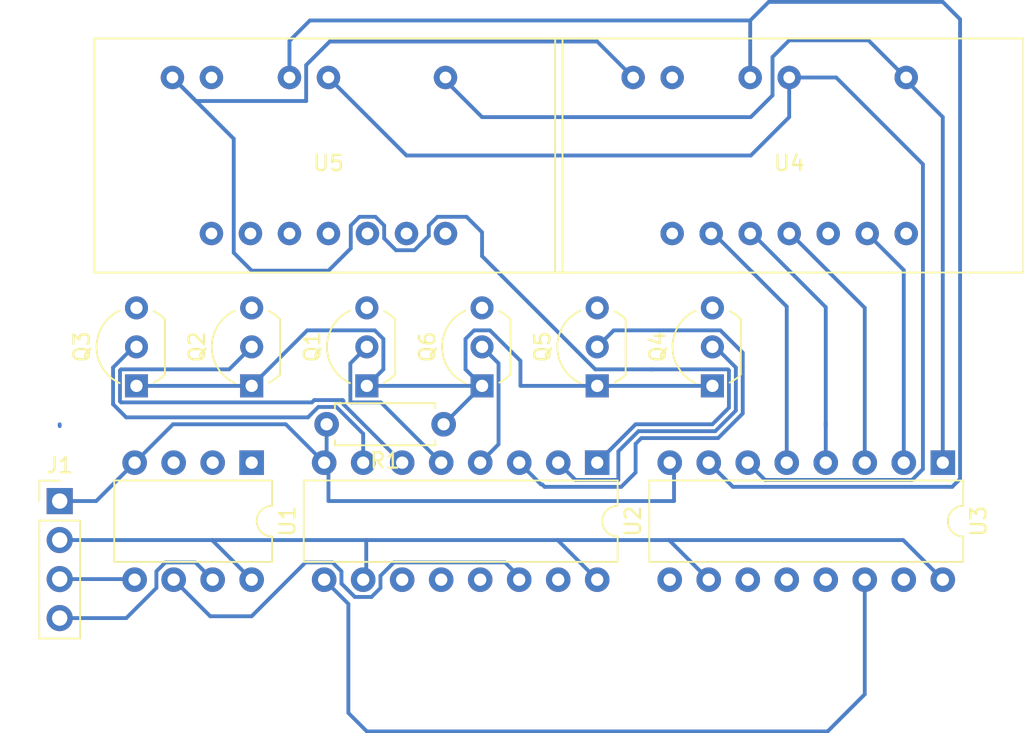
<source format=kicad_pcb>
(kicad_pcb (version 20171130) (host pcbnew 5.1.10)

  (general
    (thickness 1.6)
    (drawings 0)
    (tracks 205)
    (zones 0)
    (modules 13)
    (nets 36)
  )

  (page A4)
  (layers
    (0 F.Cu signal)
    (31 B.Cu signal)
    (33 F.Adhes user)
    (35 F.Paste user)
    (37 F.SilkS user)
    (38 B.Mask user)
    (39 F.Mask user)
    (40 Dwgs.User user)
    (41 Cmts.User user)
    (42 Eco1.User user)
    (43 Eco2.User user)
    (44 Edge.Cuts user)
    (45 Margin user)
    (46 B.CrtYd user)
    (47 F.CrtYd user)
    (49 F.Fab user)
  )

  (setup
    (last_trace_width 0.25)
    (trace_clearance 0.2)
    (zone_clearance 0.508)
    (zone_45_only no)
    (trace_min 0.2)
    (via_size 0.8)
    (via_drill 0.4)
    (via_min_size 0.4)
    (via_min_drill 0.3)
    (uvia_size 0.3)
    (uvia_drill 0.1)
    (uvias_allowed no)
    (uvia_min_size 0.2)
    (uvia_min_drill 0.1)
    (edge_width 0.05)
    (segment_width 0.2)
    (pcb_text_width 0.3)
    (pcb_text_size 1.5 1.5)
    (mod_edge_width 0.12)
    (mod_text_size 1 1)
    (mod_text_width 0.15)
    (pad_size 1.524 1.524)
    (pad_drill 0.762)
    (pad_to_mask_clearance 0)
    (aux_axis_origin 0 0)
    (visible_elements FFFFFF7F)
    (pcbplotparams
      (layerselection 0x010fc_ffffffff)
      (usegerberextensions false)
      (usegerberattributes true)
      (usegerberadvancedattributes true)
      (creategerberjobfile true)
      (excludeedgelayer true)
      (linewidth 0.100000)
      (plotframeref false)
      (viasonmask false)
      (mode 1)
      (useauxorigin false)
      (hpglpennumber 1)
      (hpglpenspeed 20)
      (hpglpendiameter 15.000000)
      (psnegative false)
      (psa4output false)
      (plotreference true)
      (plotvalue true)
      (plotinvisibletext false)
      (padsonsilk false)
      (subtractmaskfromsilk false)
      (outputformat 1)
      (mirror false)
      (drillshape 1)
      (scaleselection 1)
      (outputdirectory ""))
  )

  (net 0 "")
  (net 1 "Net-(J1-Pad4)")
  (net 2 "Net-(J1-Pad3)")
  (net 3 +5V)
  (net 4 GND)
  (net 5 "Net-(Q1-Pad1)")
  (net 6 "Net-(Q1-Pad3)")
  (net 7 "Net-(Q1-Pad2)")
  (net 8 "Net-(Q2-Pad3)")
  (net 9 "Net-(Q2-Pad2)")
  (net 10 "Net-(Q3-Pad3)")
  (net 11 "Net-(Q3-Pad2)")
  (net 12 "Net-(Q4-Pad3)")
  (net 13 "Net-(Q4-Pad2)")
  (net 14 "Net-(Q5-Pad3)")
  (net 15 "Net-(Q5-Pad2)")
  (net 16 "Net-(Q6-Pad3)")
  (net 17 "Net-(Q6-Pad2)")
  (net 18 "Net-(U1-Pad2)")
  (net 19 "Net-(U1-Pad1)")
  (net 20 "Net-(U2-Pad15)")
  (net 21 "Net-(U1-Pad6)")
  (net 22 "Net-(U1-Pad3)")
  (net 23 "Net-(U2-Pad9)")
  (net 24 "Net-(U2-Pad1)")
  (net 25 "Net-(U3-Pad15)")
  (net 26 "Net-(U3-Pad7)")
  (net 27 "Net-(U3-Pad6)")
  (net 28 "Net-(U3-Pad5)")
  (net 29 "Net-(U3-Pad4)")
  (net 30 "Net-(U3-Pad3)")
  (net 31 "Net-(U3-Pad2)")
  (net 32 "Net-(U3-Pad9)")
  (net 33 "Net-(U3-Pad1)")
  (net 34 "Net-(U4-Pad14)")
  (net 35 "Net-(U5-Pad14)")

  (net_class Default "This is the default net class."
    (clearance 0.2)
    (trace_width 0.25)
    (via_dia 0.8)
    (via_drill 0.4)
    (uvia_dia 0.3)
    (uvia_drill 0.1)
    (add_net +5V)
    (add_net GND)
    (add_net "Net-(J1-Pad3)")
    (add_net "Net-(J1-Pad4)")
    (add_net "Net-(Q1-Pad1)")
    (add_net "Net-(Q1-Pad2)")
    (add_net "Net-(Q1-Pad3)")
    (add_net "Net-(Q2-Pad2)")
    (add_net "Net-(Q2-Pad3)")
    (add_net "Net-(Q3-Pad2)")
    (add_net "Net-(Q3-Pad3)")
    (add_net "Net-(Q4-Pad2)")
    (add_net "Net-(Q4-Pad3)")
    (add_net "Net-(Q5-Pad2)")
    (add_net "Net-(Q5-Pad3)")
    (add_net "Net-(Q6-Pad2)")
    (add_net "Net-(Q6-Pad3)")
    (add_net "Net-(U1-Pad1)")
    (add_net "Net-(U1-Pad2)")
    (add_net "Net-(U1-Pad3)")
    (add_net "Net-(U1-Pad6)")
    (add_net "Net-(U2-Pad1)")
    (add_net "Net-(U2-Pad15)")
    (add_net "Net-(U2-Pad9)")
    (add_net "Net-(U3-Pad1)")
    (add_net "Net-(U3-Pad15)")
    (add_net "Net-(U3-Pad2)")
    (add_net "Net-(U3-Pad3)")
    (add_net "Net-(U3-Pad4)")
    (add_net "Net-(U3-Pad5)")
    (add_net "Net-(U3-Pad6)")
    (add_net "Net-(U3-Pad7)")
    (add_net "Net-(U3-Pad9)")
    (add_net "Net-(U4-Pad14)")
    (add_net "Net-(U5-Pad14)")
  )

  (module Package_TO_SOT_THT:TO-92_Inline_Wide (layer F.Cu) (tedit 5A02FF81) (tstamp 60FCB5D1)
    (at -697.5 77.5 90)
    (descr "TO-92 leads in-line, wide, drill 0.75mm (see NXP sot054_po.pdf)")
    (tags "to-92 sc-43 sc-43a sot54 PA33 transistor")
    (path /60FFECDE)
    (fp_text reference Q6 (at 2.54 -3.56 90) (layer F.SilkS)
      (effects (font (size 1 1) (thickness 0.15)))
    )
    (fp_text value 2N7000 (at 2.54 2.79 90) (layer F.Fab)
      (effects (font (size 1 1) (thickness 0.15)))
    )
    (fp_line (start 6.09 2.01) (end -1.01 2.01) (layer F.CrtYd) (width 0.05))
    (fp_line (start 6.09 2.01) (end 6.09 -2.73) (layer F.CrtYd) (width 0.05))
    (fp_line (start -1.01 -2.73) (end -1.01 2.01) (layer F.CrtYd) (width 0.05))
    (fp_line (start -1.01 -2.73) (end 6.09 -2.73) (layer F.CrtYd) (width 0.05))
    (fp_line (start 0.8 1.75) (end 4.3 1.75) (layer F.Fab) (width 0.1))
    (fp_line (start 0.74 1.85) (end 4.34 1.85) (layer F.SilkS) (width 0.12))
    (fp_arc (start 2.54 0) (end 4.34 1.85) (angle -20) (layer F.SilkS) (width 0.12))
    (fp_arc (start 2.54 0) (end 2.54 -2.48) (angle -135) (layer F.Fab) (width 0.1))
    (fp_arc (start 2.54 0) (end 2.54 -2.48) (angle 135) (layer F.Fab) (width 0.1))
    (fp_arc (start 2.54 0) (end 2.54 -2.6) (angle 65) (layer F.SilkS) (width 0.12))
    (fp_arc (start 2.54 0) (end 2.54 -2.6) (angle -65) (layer F.SilkS) (width 0.12))
    (fp_arc (start 2.54 0) (end 0.74 1.85) (angle 20) (layer F.SilkS) (width 0.12))
    (fp_text user %R (at 2.54 0 90) (layer F.Fab)
      (effects (font (size 1 1) (thickness 0.15)))
    )
    (pad 1 thru_hole rect (at 0 0 90) (size 1.5 1.5) (drill 0.8) (layers *.Cu *.Mask)
      (net 5 "Net-(Q1-Pad1)"))
    (pad 3 thru_hole circle (at 5.08 0 90) (size 1.5 1.5) (drill 0.8) (layers *.Cu *.Mask)
      (net 16 "Net-(Q6-Pad3)"))
    (pad 2 thru_hole circle (at 2.54 0 90) (size 1.5 1.5) (drill 0.8) (layers *.Cu *.Mask)
      (net 17 "Net-(Q6-Pad2)"))
    (model ${KISYS3DMOD}/Package_TO_SOT_THT.3dshapes/TO-92_Inline_Wide.wrl
      (at (xyz 0 0 0))
      (scale (xyz 1 1 1))
      (rotate (xyz 0 0 0))
    )
  )

  (module Resistor_THT:R_Axial_DIN0207_L6.3mm_D2.5mm_P7.62mm_Horizontal (layer F.Cu) (tedit 5AE5139B) (tstamp 60FCB5E8)
    (at -700 80 180)
    (descr "Resistor, Axial_DIN0207 series, Axial, Horizontal, pin pitch=7.62mm, 0.25W = 1/4W, length*diameter=6.3*2.5mm^2, http://cdn-reichelt.de/documents/datenblatt/B400/1_4W%23YAG.pdf")
    (tags "Resistor Axial_DIN0207 series Axial Horizontal pin pitch 7.62mm 0.25W = 1/4W length 6.3mm diameter 2.5mm")
    (path /60FCC95C)
    (fp_text reference R1 (at 3.81 -2.37) (layer F.SilkS)
      (effects (font (size 1 1) (thickness 0.15)))
    )
    (fp_text value 220 (at 3.81 2.37) (layer F.Fab)
      (effects (font (size 1 1) (thickness 0.15)))
    )
    (fp_line (start 8.67 -1.5) (end -1.05 -1.5) (layer F.CrtYd) (width 0.05))
    (fp_line (start 8.67 1.5) (end 8.67 -1.5) (layer F.CrtYd) (width 0.05))
    (fp_line (start -1.05 1.5) (end 8.67 1.5) (layer F.CrtYd) (width 0.05))
    (fp_line (start -1.05 -1.5) (end -1.05 1.5) (layer F.CrtYd) (width 0.05))
    (fp_line (start 7.08 1.37) (end 7.08 1.04) (layer F.SilkS) (width 0.12))
    (fp_line (start 0.54 1.37) (end 7.08 1.37) (layer F.SilkS) (width 0.12))
    (fp_line (start 0.54 1.04) (end 0.54 1.37) (layer F.SilkS) (width 0.12))
    (fp_line (start 7.08 -1.37) (end 7.08 -1.04) (layer F.SilkS) (width 0.12))
    (fp_line (start 0.54 -1.37) (end 7.08 -1.37) (layer F.SilkS) (width 0.12))
    (fp_line (start 0.54 -1.04) (end 0.54 -1.37) (layer F.SilkS) (width 0.12))
    (fp_line (start 7.62 0) (end 6.96 0) (layer F.Fab) (width 0.1))
    (fp_line (start 0 0) (end 0.66 0) (layer F.Fab) (width 0.1))
    (fp_line (start 6.96 -1.25) (end 0.66 -1.25) (layer F.Fab) (width 0.1))
    (fp_line (start 6.96 1.25) (end 6.96 -1.25) (layer F.Fab) (width 0.1))
    (fp_line (start 0.66 1.25) (end 6.96 1.25) (layer F.Fab) (width 0.1))
    (fp_line (start 0.66 -1.25) (end 0.66 1.25) (layer F.Fab) (width 0.1))
    (fp_text user %R (at 3.81 0) (layer F.Fab)
      (effects (font (size 1 1) (thickness 0.15)))
    )
    (pad 2 thru_hole oval (at 7.62 0 180) (size 1.6 1.6) (drill 0.8) (layers *.Cu *.Mask)
      (net 4 GND))
    (pad 1 thru_hole circle (at 0 0 180) (size 1.6 1.6) (drill 0.8) (layers *.Cu *.Mask)
      (net 5 "Net-(Q1-Pad1)"))
    (model ${KISYS3DMOD}/Resistor_THT.3dshapes/R_Axial_DIN0207_L6.3mm_D2.5mm_P7.62mm_Horizontal.wrl
      (at (xyz 0 0 0))
      (scale (xyz 1 1 1))
      (rotate (xyz 0 0 0))
    )
  )

  (module Package_TO_SOT_THT:TO-92_Inline_Wide (layer F.Cu) (tedit 5A02FF81) (tstamp 60FCB5BD)
    (at -690 77.5 90)
    (descr "TO-92 leads in-line, wide, drill 0.75mm (see NXP sot054_po.pdf)")
    (tags "to-92 sc-43 sc-43a sot54 PA33 transistor")
    (path /60FFDD8B)
    (fp_text reference Q5 (at 2.54 -3.56 90) (layer F.SilkS)
      (effects (font (size 1 1) (thickness 0.15)))
    )
    (fp_text value 2N7000 (at 2.54 2.79 90) (layer F.Fab)
      (effects (font (size 1 1) (thickness 0.15)))
    )
    (fp_line (start 6.09 2.01) (end -1.01 2.01) (layer F.CrtYd) (width 0.05))
    (fp_line (start 6.09 2.01) (end 6.09 -2.73) (layer F.CrtYd) (width 0.05))
    (fp_line (start -1.01 -2.73) (end -1.01 2.01) (layer F.CrtYd) (width 0.05))
    (fp_line (start -1.01 -2.73) (end 6.09 -2.73) (layer F.CrtYd) (width 0.05))
    (fp_line (start 0.8 1.75) (end 4.3 1.75) (layer F.Fab) (width 0.1))
    (fp_line (start 0.74 1.85) (end 4.34 1.85) (layer F.SilkS) (width 0.12))
    (fp_arc (start 2.54 0) (end 4.34 1.85) (angle -20) (layer F.SilkS) (width 0.12))
    (fp_arc (start 2.54 0) (end 2.54 -2.48) (angle -135) (layer F.Fab) (width 0.1))
    (fp_arc (start 2.54 0) (end 2.54 -2.48) (angle 135) (layer F.Fab) (width 0.1))
    (fp_arc (start 2.54 0) (end 2.54 -2.6) (angle 65) (layer F.SilkS) (width 0.12))
    (fp_arc (start 2.54 0) (end 2.54 -2.6) (angle -65) (layer F.SilkS) (width 0.12))
    (fp_arc (start 2.54 0) (end 0.74 1.85) (angle 20) (layer F.SilkS) (width 0.12))
    (fp_text user %R (at 2.54 0 90) (layer F.Fab)
      (effects (font (size 1 1) (thickness 0.15)))
    )
    (pad 1 thru_hole rect (at 0 0 90) (size 1.5 1.5) (drill 0.8) (layers *.Cu *.Mask)
      (net 5 "Net-(Q1-Pad1)"))
    (pad 3 thru_hole circle (at 5.08 0 90) (size 1.5 1.5) (drill 0.8) (layers *.Cu *.Mask)
      (net 14 "Net-(Q5-Pad3)"))
    (pad 2 thru_hole circle (at 2.54 0 90) (size 1.5 1.5) (drill 0.8) (layers *.Cu *.Mask)
      (net 15 "Net-(Q5-Pad2)"))
    (model ${KISYS3DMOD}/Package_TO_SOT_THT.3dshapes/TO-92_Inline_Wide.wrl
      (at (xyz 0 0 0))
      (scale (xyz 1 1 1))
      (rotate (xyz 0 0 0))
    )
  )

  (module displayModule:HDSP-433G (layer F.Cu) (tedit 60FC5101) (tstamp 60FCB674)
    (at -707.5 62.5)
    (path /60F8DEFB)
    (fp_text reference U5 (at 0 0.5) (layer F.SilkS)
      (effects (font (size 1 1) (thickness 0.15)))
    )
    (fp_text value HDSP-433G (at 0 -0.5) (layer F.Fab)
      (effects (font (size 1 1) (thickness 0.15)))
    )
    (fp_line (start -15.24 7.62) (end -15.24 -7.62) (layer F.SilkS) (width 0.12))
    (fp_line (start 15.24 7.62) (end -15.24 7.62) (layer F.SilkS) (width 0.12))
    (fp_line (start 15.24 -7.62) (end 15.24 7.62) (layer F.SilkS) (width 0.12))
    (fp_line (start -15.24 -7.62) (end 15.24 -7.62) (layer F.SilkS) (width 0.12))
    (pad 4 thru_hole circle (at 0 5.08) (size 1.524 1.524) (drill 0.762) (layers *.Cu *.Mask)
      (net 30 "Net-(U3-Pad3)"))
    (pad 3 thru_hole circle (at -2.54 5.08) (size 1.524 1.524) (drill 0.762) (layers *.Cu *.Mask)
      (net 29 "Net-(U3-Pad4)"))
    (pad 2 thru_hole circle (at -5.08 5.08) (size 1.524 1.524) (drill 0.762) (layers *.Cu *.Mask)
      (net 28 "Net-(U3-Pad5)"))
    (pad 1 thru_hole circle (at -7.62 5.08) (size 1.524 1.524) (drill 0.762) (layers *.Cu *.Mask)
      (net 12 "Net-(Q4-Pad3)"))
    (pad 5 thru_hole circle (at 2.54 5.08) (size 1.524 1.524) (drill 0.762) (layers *.Cu *.Mask)
      (net 14 "Net-(Q5-Pad3)"))
    (pad 6 thru_hole circle (at 5.08 5.08) (size 1.524 1.524) (drill 0.762) (layers *.Cu *.Mask)
      (net 31 "Net-(U3-Pad2)"))
    (pad 7 thru_hole circle (at 7.62 5.08) (size 1.524 1.524) (drill 0.762) (layers *.Cu *.Mask)
      (net 16 "Net-(Q6-Pad3)"))
    (pad 8 thru_hole circle (at 7.62 -5.08) (size 1.524 1.524) (drill 0.762) (layers *.Cu *.Mask)
      (net 33 "Net-(U3-Pad1)"))
    (pad 11 thru_hole circle (at 0 -5.08) (size 1.524 1.524) (drill 0.762) (layers *.Cu *.Mask)
      (net 27 "Net-(U3-Pad6)"))
    (pad 12 thru_hole circle (at -2.54 -5.08) (size 1.524 1.524) (drill 0.762) (layers *.Cu *.Mask)
      (net 26 "Net-(U3-Pad7)"))
    (pad 14 thru_hole circle (at -7.62 -5.08) (size 1.524 1.524) (drill 0.762) (layers *.Cu *.Mask)
      (net 35 "Net-(U5-Pad14)"))
    (pad 15 thru_hole circle (at -10.16 -5.08) (size 1.524 1.524) (drill 0.762) (layers *.Cu *.Mask)
      (net 24 "Net-(U2-Pad1)"))
  )

  (module displayModule:HDSP-433G (layer F.Cu) (tedit 60FC5101) (tstamp 60FCB660)
    (at -677.5 62.5)
    (path /60F8C95F)
    (fp_text reference U4 (at 0 0.5) (layer F.SilkS)
      (effects (font (size 1 1) (thickness 0.15)))
    )
    (fp_text value HDSP-433G (at 0 -0.5) (layer F.Fab)
      (effects (font (size 1 1) (thickness 0.15)))
    )
    (fp_line (start -15.24 7.62) (end -15.24 -7.62) (layer F.SilkS) (width 0.12))
    (fp_line (start 15.24 7.62) (end -15.24 7.62) (layer F.SilkS) (width 0.12))
    (fp_line (start 15.24 -7.62) (end 15.24 7.62) (layer F.SilkS) (width 0.12))
    (fp_line (start -15.24 -7.62) (end 15.24 -7.62) (layer F.SilkS) (width 0.12))
    (pad 4 thru_hole circle (at 0 5.08) (size 1.524 1.524) (drill 0.762) (layers *.Cu *.Mask)
      (net 30 "Net-(U3-Pad3)"))
    (pad 3 thru_hole circle (at -2.54 5.08) (size 1.524 1.524) (drill 0.762) (layers *.Cu *.Mask)
      (net 29 "Net-(U3-Pad4)"))
    (pad 2 thru_hole circle (at -5.08 5.08) (size 1.524 1.524) (drill 0.762) (layers *.Cu *.Mask)
      (net 28 "Net-(U3-Pad5)"))
    (pad 1 thru_hole circle (at -7.62 5.08) (size 1.524 1.524) (drill 0.762) (layers *.Cu *.Mask)
      (net 6 "Net-(Q1-Pad3)"))
    (pad 5 thru_hole circle (at 2.54 5.08) (size 1.524 1.524) (drill 0.762) (layers *.Cu *.Mask)
      (net 8 "Net-(Q2-Pad3)"))
    (pad 6 thru_hole circle (at 5.08 5.08) (size 1.524 1.524) (drill 0.762) (layers *.Cu *.Mask)
      (net 31 "Net-(U3-Pad2)"))
    (pad 7 thru_hole circle (at 7.62 5.08) (size 1.524 1.524) (drill 0.762) (layers *.Cu *.Mask)
      (net 10 "Net-(Q3-Pad3)"))
    (pad 8 thru_hole circle (at 7.62 -5.08) (size 1.524 1.524) (drill 0.762) (layers *.Cu *.Mask)
      (net 33 "Net-(U3-Pad1)"))
    (pad 11 thru_hole circle (at 0 -5.08) (size 1.524 1.524) (drill 0.762) (layers *.Cu *.Mask)
      (net 27 "Net-(U3-Pad6)"))
    (pad 12 thru_hole circle (at -2.54 -5.08) (size 1.524 1.524) (drill 0.762) (layers *.Cu *.Mask)
      (net 26 "Net-(U3-Pad7)"))
    (pad 14 thru_hole circle (at -7.62 -5.08) (size 1.524 1.524) (drill 0.762) (layers *.Cu *.Mask)
      (net 34 "Net-(U4-Pad14)"))
    (pad 15 thru_hole circle (at -10.16 -5.08) (size 1.524 1.524) (drill 0.762) (layers *.Cu *.Mask)
      (net 24 "Net-(U2-Pad1)"))
  )

  (module Package_DIP:DIP-8_W7.62mm (layer F.Cu) (tedit 5A02E8C5) (tstamp 60FCB604)
    (at -712.5 82.5 270)
    (descr "8-lead though-hole mounted DIP package, row spacing 7.62 mm (300 mils)")
    (tags "THT DIP DIL PDIP 2.54mm 7.62mm 300mil")
    (path /60F8FA89)
    (fp_text reference U1 (at 3.81 -2.33 90) (layer F.SilkS)
      (effects (font (size 1 1) (thickness 0.15)))
    )
    (fp_text value ATtiny85-20PU (at 3.81 9.95 90) (layer F.Fab)
      (effects (font (size 1 1) (thickness 0.15)))
    )
    (fp_line (start 8.7 -1.55) (end -1.1 -1.55) (layer F.CrtYd) (width 0.05))
    (fp_line (start 8.7 9.15) (end 8.7 -1.55) (layer F.CrtYd) (width 0.05))
    (fp_line (start -1.1 9.15) (end 8.7 9.15) (layer F.CrtYd) (width 0.05))
    (fp_line (start -1.1 -1.55) (end -1.1 9.15) (layer F.CrtYd) (width 0.05))
    (fp_line (start 6.46 -1.33) (end 4.81 -1.33) (layer F.SilkS) (width 0.12))
    (fp_line (start 6.46 8.95) (end 6.46 -1.33) (layer F.SilkS) (width 0.12))
    (fp_line (start 1.16 8.95) (end 6.46 8.95) (layer F.SilkS) (width 0.12))
    (fp_line (start 1.16 -1.33) (end 1.16 8.95) (layer F.SilkS) (width 0.12))
    (fp_line (start 2.81 -1.33) (end 1.16 -1.33) (layer F.SilkS) (width 0.12))
    (fp_line (start 0.635 -0.27) (end 1.635 -1.27) (layer F.Fab) (width 0.1))
    (fp_line (start 0.635 8.89) (end 0.635 -0.27) (layer F.Fab) (width 0.1))
    (fp_line (start 6.985 8.89) (end 0.635 8.89) (layer F.Fab) (width 0.1))
    (fp_line (start 6.985 -1.27) (end 6.985 8.89) (layer F.Fab) (width 0.1))
    (fp_line (start 1.635 -1.27) (end 6.985 -1.27) (layer F.Fab) (width 0.1))
    (fp_arc (start 3.81 -1.33) (end 2.81 -1.33) (angle -180) (layer F.SilkS) (width 0.12))
    (pad 8 thru_hole oval (at 7.62 0 270) (size 1.6 1.6) (drill 0.8) (layers *.Cu *.Mask)
      (net 3 +5V))
    (pad 4 thru_hole oval (at 0 7.62 270) (size 1.6 1.6) (drill 0.8) (layers *.Cu *.Mask)
      (net 4 GND))
    (pad 7 thru_hole oval (at 7.62 2.54 270) (size 1.6 1.6) (drill 0.8) (layers *.Cu *.Mask)
      (net 1 "Net-(J1-Pad4)"))
    (pad 3 thru_hole oval (at 0 5.08 270) (size 1.6 1.6) (drill 0.8) (layers *.Cu *.Mask)
      (net 22 "Net-(U1-Pad3)"))
    (pad 6 thru_hole oval (at 7.62 5.08 270) (size 1.6 1.6) (drill 0.8) (layers *.Cu *.Mask)
      (net 21 "Net-(U1-Pad6)"))
    (pad 2 thru_hole oval (at 0 2.54 270) (size 1.6 1.6) (drill 0.8) (layers *.Cu *.Mask)
      (net 18 "Net-(U1-Pad2)"))
    (pad 5 thru_hole oval (at 7.62 7.62 270) (size 1.6 1.6) (drill 0.8) (layers *.Cu *.Mask)
      (net 2 "Net-(J1-Pad3)"))
    (pad 1 thru_hole rect (at 0 0 270) (size 1.6 1.6) (drill 0.8) (layers *.Cu *.Mask)
      (net 19 "Net-(U1-Pad1)"))
    (model ${KISYS3DMOD}/Package_DIP.3dshapes/DIP-8_W7.62mm.wrl
      (at (xyz 0 0 0))
      (scale (xyz 1 1 1))
      (rotate (xyz 0 0 0))
    )
  )

  (module Package_DIP:DIP-16_W7.62mm (layer F.Cu) (tedit 5A02E8C5) (tstamp 60FCB64C)
    (at -667.5 82.5 270)
    (descr "16-lead though-hole mounted DIP package, row spacing 7.62 mm (300 mils)")
    (tags "THT DIP DIL PDIP 2.54mm 7.62mm 300mil")
    (path /60F914F6)
    (fp_text reference U3 (at 3.81 -2.33 90) (layer F.SilkS)
      (effects (font (size 1 1) (thickness 0.15)))
    )
    (fp_text value 74HC595 (at 3.81 20.11 90) (layer F.Fab)
      (effects (font (size 1 1) (thickness 0.15)))
    )
    (fp_line (start 8.7 -1.55) (end -1.1 -1.55) (layer F.CrtYd) (width 0.05))
    (fp_line (start 8.7 19.3) (end 8.7 -1.55) (layer F.CrtYd) (width 0.05))
    (fp_line (start -1.1 19.3) (end 8.7 19.3) (layer F.CrtYd) (width 0.05))
    (fp_line (start -1.1 -1.55) (end -1.1 19.3) (layer F.CrtYd) (width 0.05))
    (fp_line (start 6.46 -1.33) (end 4.81 -1.33) (layer F.SilkS) (width 0.12))
    (fp_line (start 6.46 19.11) (end 6.46 -1.33) (layer F.SilkS) (width 0.12))
    (fp_line (start 1.16 19.11) (end 6.46 19.11) (layer F.SilkS) (width 0.12))
    (fp_line (start 1.16 -1.33) (end 1.16 19.11) (layer F.SilkS) (width 0.12))
    (fp_line (start 2.81 -1.33) (end 1.16 -1.33) (layer F.SilkS) (width 0.12))
    (fp_line (start 0.635 -0.27) (end 1.635 -1.27) (layer F.Fab) (width 0.1))
    (fp_line (start 0.635 19.05) (end 0.635 -0.27) (layer F.Fab) (width 0.1))
    (fp_line (start 6.985 19.05) (end 0.635 19.05) (layer F.Fab) (width 0.1))
    (fp_line (start 6.985 -1.27) (end 6.985 19.05) (layer F.Fab) (width 0.1))
    (fp_line (start 1.635 -1.27) (end 6.985 -1.27) (layer F.Fab) (width 0.1))
    (fp_text user %R (at 3.81 8.89 90) (layer F.Fab)
      (effects (font (size 1 1) (thickness 0.15)))
    )
    (fp_arc (start 3.81 -1.33) (end 2.81 -1.33) (angle -180) (layer F.SilkS) (width 0.12))
    (pad 16 thru_hole oval (at 7.62 0 270) (size 1.6 1.6) (drill 0.8) (layers *.Cu *.Mask)
      (net 3 +5V))
    (pad 8 thru_hole oval (at 0 17.78 270) (size 1.6 1.6) (drill 0.8) (layers *.Cu *.Mask)
      (net 4 GND))
    (pad 15 thru_hole oval (at 7.62 2.54 270) (size 1.6 1.6) (drill 0.8) (layers *.Cu *.Mask)
      (net 25 "Net-(U3-Pad15)"))
    (pad 7 thru_hole oval (at 0 15.24 270) (size 1.6 1.6) (drill 0.8) (layers *.Cu *.Mask)
      (net 26 "Net-(U3-Pad7)"))
    (pad 14 thru_hole oval (at 7.62 5.08 270) (size 1.6 1.6) (drill 0.8) (layers *.Cu *.Mask)
      (net 23 "Net-(U2-Pad9)"))
    (pad 6 thru_hole oval (at 0 12.7 270) (size 1.6 1.6) (drill 0.8) (layers *.Cu *.Mask)
      (net 27 "Net-(U3-Pad6)"))
    (pad 13 thru_hole oval (at 7.62 7.62 270) (size 1.6 1.6) (drill 0.8) (layers *.Cu *.Mask)
      (net 22 "Net-(U1-Pad3)"))
    (pad 5 thru_hole oval (at 0 10.16 270) (size 1.6 1.6) (drill 0.8) (layers *.Cu *.Mask)
      (net 28 "Net-(U3-Pad5)"))
    (pad 12 thru_hole oval (at 7.62 10.16 270) (size 1.6 1.6) (drill 0.8) (layers *.Cu *.Mask)
      (net 22 "Net-(U1-Pad3)"))
    (pad 4 thru_hole oval (at 0 7.62 270) (size 1.6 1.6) (drill 0.8) (layers *.Cu *.Mask)
      (net 29 "Net-(U3-Pad4)"))
    (pad 11 thru_hole oval (at 7.62 12.7 270) (size 1.6 1.6) (drill 0.8) (layers *.Cu *.Mask)
      (net 18 "Net-(U1-Pad2)"))
    (pad 3 thru_hole oval (at 0 5.08 270) (size 1.6 1.6) (drill 0.8) (layers *.Cu *.Mask)
      (net 30 "Net-(U3-Pad3)"))
    (pad 10 thru_hole oval (at 7.62 15.24 270) (size 1.6 1.6) (drill 0.8) (layers *.Cu *.Mask)
      (net 3 +5V))
    (pad 2 thru_hole oval (at 0 2.54 270) (size 1.6 1.6) (drill 0.8) (layers *.Cu *.Mask)
      (net 31 "Net-(U3-Pad2)"))
    (pad 9 thru_hole oval (at 7.62 17.78 270) (size 1.6 1.6) (drill 0.8) (layers *.Cu *.Mask)
      (net 32 "Net-(U3-Pad9)"))
    (pad 1 thru_hole rect (at 0 0 270) (size 1.6 1.6) (drill 0.8) (layers *.Cu *.Mask)
      (net 33 "Net-(U3-Pad1)"))
    (model ${KISYS3DMOD}/Package_DIP.3dshapes/DIP-16_W7.62mm.wrl
      (at (xyz 0 0 0))
      (scale (xyz 1 1 1))
      (rotate (xyz 0 0 0))
    )
  )

  (module Package_DIP:DIP-16_W7.62mm (layer F.Cu) (tedit 5A02E8C5) (tstamp 60FCB628)
    (at -690 82.5 270)
    (descr "16-lead though-hole mounted DIP package, row spacing 7.62 mm (300 mils)")
    (tags "THT DIP DIL PDIP 2.54mm 7.62mm 300mil")
    (path /60F908D5)
    (fp_text reference U2 (at 3.81 -2.33 90) (layer F.SilkS)
      (effects (font (size 1 1) (thickness 0.15)))
    )
    (fp_text value 74HC595 (at 3.81 20.11 90) (layer F.Fab)
      (effects (font (size 1 1) (thickness 0.15)))
    )
    (fp_line (start 8.7 -1.55) (end -1.1 -1.55) (layer F.CrtYd) (width 0.05))
    (fp_line (start 8.7 19.3) (end 8.7 -1.55) (layer F.CrtYd) (width 0.05))
    (fp_line (start -1.1 19.3) (end 8.7 19.3) (layer F.CrtYd) (width 0.05))
    (fp_line (start -1.1 -1.55) (end -1.1 19.3) (layer F.CrtYd) (width 0.05))
    (fp_line (start 6.46 -1.33) (end 4.81 -1.33) (layer F.SilkS) (width 0.12))
    (fp_line (start 6.46 19.11) (end 6.46 -1.33) (layer F.SilkS) (width 0.12))
    (fp_line (start 1.16 19.11) (end 6.46 19.11) (layer F.SilkS) (width 0.12))
    (fp_line (start 1.16 -1.33) (end 1.16 19.11) (layer F.SilkS) (width 0.12))
    (fp_line (start 2.81 -1.33) (end 1.16 -1.33) (layer F.SilkS) (width 0.12))
    (fp_line (start 0.635 -0.27) (end 1.635 -1.27) (layer F.Fab) (width 0.1))
    (fp_line (start 0.635 19.05) (end 0.635 -0.27) (layer F.Fab) (width 0.1))
    (fp_line (start 6.985 19.05) (end 0.635 19.05) (layer F.Fab) (width 0.1))
    (fp_line (start 6.985 -1.27) (end 6.985 19.05) (layer F.Fab) (width 0.1))
    (fp_line (start 1.635 -1.27) (end 6.985 -1.27) (layer F.Fab) (width 0.1))
    (fp_text user %R (at 3.81 8.89 90) (layer F.Fab)
      (effects (font (size 1 1) (thickness 0.15)))
    )
    (fp_arc (start 3.81 -1.33) (end 2.81 -1.33) (angle -180) (layer F.SilkS) (width 0.12))
    (pad 16 thru_hole oval (at 7.62 0 270) (size 1.6 1.6) (drill 0.8) (layers *.Cu *.Mask)
      (net 3 +5V))
    (pad 8 thru_hole oval (at 0 17.78 270) (size 1.6 1.6) (drill 0.8) (layers *.Cu *.Mask)
      (net 4 GND))
    (pad 15 thru_hole oval (at 7.62 2.54 270) (size 1.6 1.6) (drill 0.8) (layers *.Cu *.Mask)
      (net 20 "Net-(U2-Pad15)"))
    (pad 7 thru_hole oval (at 0 15.24 270) (size 1.6 1.6) (drill 0.8) (layers *.Cu *.Mask)
      (net 11 "Net-(Q3-Pad2)"))
    (pad 14 thru_hole oval (at 7.62 5.08 270) (size 1.6 1.6) (drill 0.8) (layers *.Cu *.Mask)
      (net 21 "Net-(U1-Pad6)"))
    (pad 6 thru_hole oval (at 0 12.7 270) (size 1.6 1.6) (drill 0.8) (layers *.Cu *.Mask)
      (net 9 "Net-(Q2-Pad2)"))
    (pad 13 thru_hole oval (at 7.62 7.62 270) (size 1.6 1.6) (drill 0.8) (layers *.Cu *.Mask)
      (net 22 "Net-(U1-Pad3)"))
    (pad 5 thru_hole oval (at 0 10.16 270) (size 1.6 1.6) (drill 0.8) (layers *.Cu *.Mask)
      (net 7 "Net-(Q1-Pad2)"))
    (pad 12 thru_hole oval (at 7.62 10.16 270) (size 1.6 1.6) (drill 0.8) (layers *.Cu *.Mask)
      (net 22 "Net-(U1-Pad3)"))
    (pad 4 thru_hole oval (at 0 7.62 270) (size 1.6 1.6) (drill 0.8) (layers *.Cu *.Mask)
      (net 17 "Net-(Q6-Pad2)"))
    (pad 11 thru_hole oval (at 7.62 12.7 270) (size 1.6 1.6) (drill 0.8) (layers *.Cu *.Mask)
      (net 18 "Net-(U1-Pad2)"))
    (pad 3 thru_hole oval (at 0 5.08 270) (size 1.6 1.6) (drill 0.8) (layers *.Cu *.Mask)
      (net 15 "Net-(Q5-Pad2)"))
    (pad 10 thru_hole oval (at 7.62 15.24 270) (size 1.6 1.6) (drill 0.8) (layers *.Cu *.Mask)
      (net 3 +5V))
    (pad 2 thru_hole oval (at 0 2.54 270) (size 1.6 1.6) (drill 0.8) (layers *.Cu *.Mask)
      (net 13 "Net-(Q4-Pad2)"))
    (pad 9 thru_hole oval (at 7.62 17.78 270) (size 1.6 1.6) (drill 0.8) (layers *.Cu *.Mask)
      (net 23 "Net-(U2-Pad9)"))
    (pad 1 thru_hole rect (at 0 0 270) (size 1.6 1.6) (drill 0.8) (layers *.Cu *.Mask)
      (net 24 "Net-(U2-Pad1)"))
    (model ${KISYS3DMOD}/Package_DIP.3dshapes/DIP-16_W7.62mm.wrl
      (at (xyz 0 0 0))
      (scale (xyz 1 1 1))
      (rotate (xyz 0 0 0))
    )
  )

  (module Package_TO_SOT_THT:TO-92_Inline_Wide (layer F.Cu) (tedit 5A02FF81) (tstamp 60FCB5A9)
    (at -682.5 77.5 90)
    (descr "TO-92 leads in-line, wide, drill 0.75mm (see NXP sot054_po.pdf)")
    (tags "to-92 sc-43 sc-43a sot54 PA33 transistor")
    (path /60FFD383)
    (fp_text reference Q4 (at 2.54 -3.56 90) (layer F.SilkS)
      (effects (font (size 1 1) (thickness 0.15)))
    )
    (fp_text value 2N7000 (at 2.54 2.79 90) (layer F.Fab)
      (effects (font (size 1 1) (thickness 0.15)))
    )
    (fp_line (start 6.09 2.01) (end -1.01 2.01) (layer F.CrtYd) (width 0.05))
    (fp_line (start 6.09 2.01) (end 6.09 -2.73) (layer F.CrtYd) (width 0.05))
    (fp_line (start -1.01 -2.73) (end -1.01 2.01) (layer F.CrtYd) (width 0.05))
    (fp_line (start -1.01 -2.73) (end 6.09 -2.73) (layer F.CrtYd) (width 0.05))
    (fp_line (start 0.8 1.75) (end 4.3 1.75) (layer F.Fab) (width 0.1))
    (fp_line (start 0.74 1.85) (end 4.34 1.85) (layer F.SilkS) (width 0.12))
    (fp_arc (start 2.54 0) (end 4.34 1.85) (angle -20) (layer F.SilkS) (width 0.12))
    (fp_arc (start 2.54 0) (end 2.54 -2.48) (angle -135) (layer F.Fab) (width 0.1))
    (fp_arc (start 2.54 0) (end 2.54 -2.48) (angle 135) (layer F.Fab) (width 0.1))
    (fp_arc (start 2.54 0) (end 2.54 -2.6) (angle 65) (layer F.SilkS) (width 0.12))
    (fp_arc (start 2.54 0) (end 2.54 -2.6) (angle -65) (layer F.SilkS) (width 0.12))
    (fp_arc (start 2.54 0) (end 0.74 1.85) (angle 20) (layer F.SilkS) (width 0.12))
    (fp_text user %R (at 2.54 0 90) (layer F.Fab)
      (effects (font (size 1 1) (thickness 0.15)))
    )
    (pad 1 thru_hole rect (at 0 0 90) (size 1.5 1.5) (drill 0.8) (layers *.Cu *.Mask)
      (net 5 "Net-(Q1-Pad1)"))
    (pad 3 thru_hole circle (at 5.08 0 90) (size 1.5 1.5) (drill 0.8) (layers *.Cu *.Mask)
      (net 12 "Net-(Q4-Pad3)"))
    (pad 2 thru_hole circle (at 2.54 0 90) (size 1.5 1.5) (drill 0.8) (layers *.Cu *.Mask)
      (net 13 "Net-(Q4-Pad2)"))
    (model ${KISYS3DMOD}/Package_TO_SOT_THT.3dshapes/TO-92_Inline_Wide.wrl
      (at (xyz 0 0 0))
      (scale (xyz 1 1 1))
      (rotate (xyz 0 0 0))
    )
  )

  (module Package_TO_SOT_THT:TO-92_Inline_Wide (layer F.Cu) (tedit 5A02FF81) (tstamp 60FCB595)
    (at -720 77.5 90)
    (descr "TO-92 leads in-line, wide, drill 0.75mm (see NXP sot054_po.pdf)")
    (tags "to-92 sc-43 sc-43a sot54 PA33 transistor")
    (path /60FDB387)
    (fp_text reference Q3 (at 2.54 -3.56 90) (layer F.SilkS)
      (effects (font (size 1 1) (thickness 0.15)))
    )
    (fp_text value 2N7000 (at 2.54 2.79 90) (layer F.Fab)
      (effects (font (size 1 1) (thickness 0.15)))
    )
    (fp_line (start 6.09 2.01) (end -1.01 2.01) (layer F.CrtYd) (width 0.05))
    (fp_line (start 6.09 2.01) (end 6.09 -2.73) (layer F.CrtYd) (width 0.05))
    (fp_line (start -1.01 -2.73) (end -1.01 2.01) (layer F.CrtYd) (width 0.05))
    (fp_line (start -1.01 -2.73) (end 6.09 -2.73) (layer F.CrtYd) (width 0.05))
    (fp_line (start 0.8 1.75) (end 4.3 1.75) (layer F.Fab) (width 0.1))
    (fp_line (start 0.74 1.85) (end 4.34 1.85) (layer F.SilkS) (width 0.12))
    (fp_arc (start 2.54 0) (end 4.34 1.85) (angle -20) (layer F.SilkS) (width 0.12))
    (fp_arc (start 2.54 0) (end 2.54 -2.48) (angle -135) (layer F.Fab) (width 0.1))
    (fp_arc (start 2.54 0) (end 2.54 -2.48) (angle 135) (layer F.Fab) (width 0.1))
    (fp_arc (start 2.54 0) (end 2.54 -2.6) (angle 65) (layer F.SilkS) (width 0.12))
    (fp_arc (start 2.54 0) (end 2.54 -2.6) (angle -65) (layer F.SilkS) (width 0.12))
    (fp_arc (start 2.54 0) (end 0.74 1.85) (angle 20) (layer F.SilkS) (width 0.12))
    (fp_text user %R (at 2.54 0 90) (layer F.Fab)
      (effects (font (size 1 1) (thickness 0.15)))
    )
    (pad 1 thru_hole rect (at 0 0 90) (size 1.5 1.5) (drill 0.8) (layers *.Cu *.Mask)
      (net 5 "Net-(Q1-Pad1)"))
    (pad 3 thru_hole circle (at 5.08 0 90) (size 1.5 1.5) (drill 0.8) (layers *.Cu *.Mask)
      (net 10 "Net-(Q3-Pad3)"))
    (pad 2 thru_hole circle (at 2.54 0 90) (size 1.5 1.5) (drill 0.8) (layers *.Cu *.Mask)
      (net 11 "Net-(Q3-Pad2)"))
    (model ${KISYS3DMOD}/Package_TO_SOT_THT.3dshapes/TO-92_Inline_Wide.wrl
      (at (xyz 0 0 0))
      (scale (xyz 1 1 1))
      (rotate (xyz 0 0 0))
    )
  )

  (module Package_TO_SOT_THT:TO-92_Inline_Wide (layer F.Cu) (tedit 5A02FF81) (tstamp 60FCB581)
    (at -712.5 77.5 90)
    (descr "TO-92 leads in-line, wide, drill 0.75mm (see NXP sot054_po.pdf)")
    (tags "to-92 sc-43 sc-43a sot54 PA33 transistor")
    (path /60FDA55D)
    (fp_text reference Q2 (at 2.54 -3.56 90) (layer F.SilkS)
      (effects (font (size 1 1) (thickness 0.15)))
    )
    (fp_text value 2N7000 (at 2.54 2.79 90) (layer F.Fab)
      (effects (font (size 1 1) (thickness 0.15)))
    )
    (fp_line (start 6.09 2.01) (end -1.01 2.01) (layer F.CrtYd) (width 0.05))
    (fp_line (start 6.09 2.01) (end 6.09 -2.73) (layer F.CrtYd) (width 0.05))
    (fp_line (start -1.01 -2.73) (end -1.01 2.01) (layer F.CrtYd) (width 0.05))
    (fp_line (start -1.01 -2.73) (end 6.09 -2.73) (layer F.CrtYd) (width 0.05))
    (fp_line (start 0.8 1.75) (end 4.3 1.75) (layer F.Fab) (width 0.1))
    (fp_line (start 0.74 1.85) (end 4.34 1.85) (layer F.SilkS) (width 0.12))
    (fp_arc (start 2.54 0) (end 4.34 1.85) (angle -20) (layer F.SilkS) (width 0.12))
    (fp_arc (start 2.54 0) (end 2.54 -2.48) (angle -135) (layer F.Fab) (width 0.1))
    (fp_arc (start 2.54 0) (end 2.54 -2.48) (angle 135) (layer F.Fab) (width 0.1))
    (fp_arc (start 2.54 0) (end 2.54 -2.6) (angle 65) (layer F.SilkS) (width 0.12))
    (fp_arc (start 2.54 0) (end 2.54 -2.6) (angle -65) (layer F.SilkS) (width 0.12))
    (fp_arc (start 2.54 0) (end 0.74 1.85) (angle 20) (layer F.SilkS) (width 0.12))
    (fp_text user %R (at 2.54 0 90) (layer F.Fab)
      (effects (font (size 1 1) (thickness 0.15)))
    )
    (pad 1 thru_hole rect (at 0 0 90) (size 1.5 1.5) (drill 0.8) (layers *.Cu *.Mask)
      (net 5 "Net-(Q1-Pad1)"))
    (pad 3 thru_hole circle (at 5.08 0 90) (size 1.5 1.5) (drill 0.8) (layers *.Cu *.Mask)
      (net 8 "Net-(Q2-Pad3)"))
    (pad 2 thru_hole circle (at 2.54 0 90) (size 1.5 1.5) (drill 0.8) (layers *.Cu *.Mask)
      (net 9 "Net-(Q2-Pad2)"))
    (model ${KISYS3DMOD}/Package_TO_SOT_THT.3dshapes/TO-92_Inline_Wide.wrl
      (at (xyz 0 0 0))
      (scale (xyz 1 1 1))
      (rotate (xyz 0 0 0))
    )
  )

  (module Package_TO_SOT_THT:TO-92_Inline_Wide (layer F.Cu) (tedit 5A02FF81) (tstamp 60FCB56D)
    (at -705 77.5 90)
    (descr "TO-92 leads in-line, wide, drill 0.75mm (see NXP sot054_po.pdf)")
    (tags "to-92 sc-43 sc-43a sot54 PA33 transistor")
    (path /60FD6091)
    (fp_text reference Q1 (at 2.54 -3.56 90) (layer F.SilkS)
      (effects (font (size 1 1) (thickness 0.15)))
    )
    (fp_text value 2N7000 (at 2.54 2.79 90) (layer F.Fab)
      (effects (font (size 1 1) (thickness 0.15)))
    )
    (fp_line (start 6.09 2.01) (end -1.01 2.01) (layer F.CrtYd) (width 0.05))
    (fp_line (start 6.09 2.01) (end 6.09 -2.73) (layer F.CrtYd) (width 0.05))
    (fp_line (start -1.01 -2.73) (end -1.01 2.01) (layer F.CrtYd) (width 0.05))
    (fp_line (start -1.01 -2.73) (end 6.09 -2.73) (layer F.CrtYd) (width 0.05))
    (fp_line (start 0.8 1.75) (end 4.3 1.75) (layer F.Fab) (width 0.1))
    (fp_line (start 0.74 1.85) (end 4.34 1.85) (layer F.SilkS) (width 0.12))
    (fp_arc (start 2.54 0) (end 4.34 1.85) (angle -20) (layer F.SilkS) (width 0.12))
    (fp_arc (start 2.54 0) (end 2.54 -2.48) (angle -135) (layer F.Fab) (width 0.1))
    (fp_arc (start 2.54 0) (end 2.54 -2.48) (angle 135) (layer F.Fab) (width 0.1))
    (fp_arc (start 2.54 0) (end 2.54 -2.6) (angle 65) (layer F.SilkS) (width 0.12))
    (fp_arc (start 2.54 0) (end 2.54 -2.6) (angle -65) (layer F.SilkS) (width 0.12))
    (fp_arc (start 2.54 0) (end 0.74 1.85) (angle 20) (layer F.SilkS) (width 0.12))
    (fp_text user %R (at 2.54 0 90) (layer F.Fab)
      (effects (font (size 1 1) (thickness 0.15)))
    )
    (pad 1 thru_hole rect (at 0 0 90) (size 1.5 1.5) (drill 0.8) (layers *.Cu *.Mask)
      (net 5 "Net-(Q1-Pad1)"))
    (pad 3 thru_hole circle (at 5.08 0 90) (size 1.5 1.5) (drill 0.8) (layers *.Cu *.Mask)
      (net 6 "Net-(Q1-Pad3)"))
    (pad 2 thru_hole circle (at 2.54 0 90) (size 1.5 1.5) (drill 0.8) (layers *.Cu *.Mask)
      (net 7 "Net-(Q1-Pad2)"))
    (model ${KISYS3DMOD}/Package_TO_SOT_THT.3dshapes/TO-92_Inline_Wide.wrl
      (at (xyz 0 0 0))
      (scale (xyz 1 1 1))
      (rotate (xyz 0 0 0))
    )
  )

  (module Connector_PinHeader_2.54mm:PinHeader_1x04_P2.54mm_Vertical (layer F.Cu) (tedit 59FED5CC) (tstamp 60FCB559)
    (at -725 85)
    (descr "Through hole straight pin header, 1x04, 2.54mm pitch, single row")
    (tags "Through hole pin header THT 1x04 2.54mm single row")
    (path /60F92502)
    (fp_text reference J1 (at 0 -2.33) (layer F.SilkS)
      (effects (font (size 1 1) (thickness 0.15)))
    )
    (fp_text value Connector (at 0 9.95) (layer F.Fab)
      (effects (font (size 1 1) (thickness 0.15)))
    )
    (fp_line (start 1.8 -1.8) (end -1.8 -1.8) (layer F.CrtYd) (width 0.05))
    (fp_line (start 1.8 9.4) (end 1.8 -1.8) (layer F.CrtYd) (width 0.05))
    (fp_line (start -1.8 9.4) (end 1.8 9.4) (layer F.CrtYd) (width 0.05))
    (fp_line (start -1.8 -1.8) (end -1.8 9.4) (layer F.CrtYd) (width 0.05))
    (fp_line (start -1.33 -1.33) (end 0 -1.33) (layer F.SilkS) (width 0.12))
    (fp_line (start -1.33 0) (end -1.33 -1.33) (layer F.SilkS) (width 0.12))
    (fp_line (start -1.33 1.27) (end 1.33 1.27) (layer F.SilkS) (width 0.12))
    (fp_line (start 1.33 1.27) (end 1.33 8.95) (layer F.SilkS) (width 0.12))
    (fp_line (start -1.33 1.27) (end -1.33 8.95) (layer F.SilkS) (width 0.12))
    (fp_line (start -1.33 8.95) (end 1.33 8.95) (layer F.SilkS) (width 0.12))
    (fp_line (start -1.27 -0.635) (end -0.635 -1.27) (layer F.Fab) (width 0.1))
    (fp_line (start -1.27 8.89) (end -1.27 -0.635) (layer F.Fab) (width 0.1))
    (fp_line (start 1.27 8.89) (end -1.27 8.89) (layer F.Fab) (width 0.1))
    (fp_line (start 1.27 -1.27) (end 1.27 8.89) (layer F.Fab) (width 0.1))
    (fp_line (start -0.635 -1.27) (end 1.27 -1.27) (layer F.Fab) (width 0.1))
    (fp_text user %R (at 0 3.81 90) (layer F.Fab)
      (effects (font (size 1 1) (thickness 0.15)))
    )
    (pad 4 thru_hole oval (at 0 7.62) (size 1.7 1.7) (drill 1) (layers *.Cu *.Mask)
      (net 1 "Net-(J1-Pad4)"))
    (pad 3 thru_hole oval (at 0 5.08) (size 1.7 1.7) (drill 1) (layers *.Cu *.Mask)
      (net 2 "Net-(J1-Pad3)"))
    (pad 2 thru_hole oval (at 0 2.54) (size 1.7 1.7) (drill 1) (layers *.Cu *.Mask)
      (net 3 +5V))
    (pad 1 thru_hole rect (at 0 0) (size 1.7 1.7) (drill 1) (layers *.Cu *.Mask)
      (net 4 GND))
    (model ${KISYS3DMOD}/Connector_PinHeader_2.54mm.3dshapes/PinHeader_1x04_P2.54mm_Vertical.wrl
      (at (xyz 0 0 0))
      (scale (xyz 1 1 1))
      (rotate (xyz 0 0 0))
    )
  )

  (segment (start -716.165001 88.994999) (end -715.04 90.12) (width 0.25) (layer B.Cu) (net 1))
  (segment (start -718.120001 88.994999) (end -716.165001 88.994999) (width 0.25) (layer B.Cu) (net 1))
  (segment (start -718.705001 89.579999) (end -718.120001 88.994999) (width 0.25) (layer B.Cu) (net 1))
  (segment (start -718.705001 90.660001) (end -718.705001 89.579999) (width 0.25) (layer B.Cu) (net 1))
  (segment (start -720.665 92.62) (end -718.705001 90.660001) (width 0.25) (layer B.Cu) (net 1))
  (segment (start -725 92.62) (end -720.665 92.62) (width 0.25) (layer B.Cu) (net 1))
  (segment (start -725 90.08) (end -720.08 90.08) (width 0.25) (layer B.Cu) (net 2))
  (segment (start -715.08 87.54) (end -712.5 90.12) (width 0.25) (layer B.Cu) (net 3))
  (segment (start -725 87.54) (end -715.08 87.54) (width 0.25) (layer B.Cu) (net 3))
  (segment (start -715.08 87.54) (end -705.04 87.54) (width 0.25) (layer B.Cu) (net 3))
  (segment (start -692.58 87.54) (end -690 90.12) (width 0.25) (layer B.Cu) (net 3))
  (segment (start -705.04 87.54) (end -692.58 87.54) (width 0.25) (layer B.Cu) (net 3))
  (segment (start -685.32 87.54) (end -682.74 90.12) (width 0.25) (layer B.Cu) (net 3))
  (segment (start -692.58 87.54) (end -685.32 87.54) (width 0.25) (layer B.Cu) (net 3))
  (segment (start -670.08 87.54) (end -667.5 90.12) (width 0.25) (layer B.Cu) (net 3))
  (segment (start -685.32 87.54) (end -670.08 87.54) (width 0.25) (layer B.Cu) (net 3))
  (segment (start -705.04 89.92) (end -705.24 90.12) (width 0.25) (layer B.Cu) (net 3))
  (segment (start -705.04 87.54) (end -705.04 89.92) (width 0.25) (layer B.Cu) (net 3))
  (segment (start -722.62 85) (end -720.12 82.5) (width 0.25) (layer B.Cu) (net 4))
  (segment (start -725 85) (end -722.62 85) (width 0.25) (layer B.Cu) (net 4))
  (segment (start -685 82.78) (end -685.28 82.5) (width 0.25) (layer B.Cu) (net 4))
  (segment (start -685 85) (end -685 82.78) (width 0.25) (layer B.Cu) (net 4))
  (segment (start -707.5 82.78) (end -707.78 82.5) (width 0.25) (layer B.Cu) (net 4))
  (segment (start -707.5 85) (end -707.5 82.78) (width 0.25) (layer B.Cu) (net 4))
  (segment (start -707.5 85) (end -685 85) (width 0.25) (layer B.Cu) (net 4))
  (segment (start -720.12 82.5) (end -717.62 80) (width 0.25) (layer B.Cu) (net 4))
  (segment (start -710.28 80) (end -707.78 82.5) (width 0.25) (layer B.Cu) (net 4))
  (segment (start -717.62 80) (end -710.28 80) (width 0.25) (layer B.Cu) (net 4))
  (segment (start -725 80.12) (end -725 80) (width 0.25) (layer B.Cu) (net 4))
  (segment (start -707.62 82.34) (end -707.78 82.5) (width 0.25) (layer B.Cu) (net 4))
  (segment (start -707.62 80) (end -707.62 82.34) (width 0.25) (layer B.Cu) (net 4))
  (segment (start -700 80) (end -697.5 77.5) (width 0.25) (layer B.Cu) (net 5))
  (segment (start -690 77.5) (end -682.5 77.5) (width 0.25) (layer B.Cu) (net 5))
  (segment (start -690 77.5) (end -695 77.5) (width 0.25) (layer B.Cu) (net 5))
  (segment (start -698.575001 76.424999) (end -697.5 77.5) (width 0.25) (layer B.Cu) (net 5))
  (segment (start -698.575001 74.443999) (end -698.575001 76.424999) (width 0.25) (layer B.Cu) (net 5))
  (segment (start -698.016001 73.884999) (end -698.575001 74.443999) (width 0.25) (layer B.Cu) (net 5))
  (segment (start -696.983999 73.884999) (end -698.016001 73.884999) (width 0.25) (layer B.Cu) (net 5))
  (segment (start -695 75.868998) (end -696.983999 73.884999) (width 0.25) (layer B.Cu) (net 5))
  (segment (start -695 77.5) (end -695 75.868998) (width 0.25) (layer B.Cu) (net 5))
  (segment (start -705 77.5) (end -697.5 77.5) (width 0.25) (layer B.Cu) (net 5))
  (segment (start -703.924999 74.443999) (end -703.924999 76.424999) (width 0.25) (layer B.Cu) (net 5))
  (segment (start -704.483999 73.884999) (end -703.924999 74.443999) (width 0.25) (layer B.Cu) (net 5))
  (segment (start -708.884999 73.884999) (end -704.483999 73.884999) (width 0.25) (layer B.Cu) (net 5))
  (segment (start -712.5 77.5) (end -708.884999 73.884999) (width 0.25) (layer B.Cu) (net 5))
  (segment (start -703.924999 76.424999) (end -705 77.5) (width 0.25) (layer B.Cu) (net 5))
  (segment (start -720 77.5) (end -712.5 77.5) (width 0.25) (layer B.Cu) (net 5))
  (segment (start -706.075001 76.035001) (end -705 74.96) (width 0.25) (layer B.Cu) (net 7))
  (segment (start -706.010001 78.575001) (end -706.075001 78.510001) (width 0.25) (layer B.Cu) (net 7))
  (segment (start -704.084999 78.575001) (end -706.010001 78.575001) (width 0.25) (layer B.Cu) (net 7))
  (segment (start -706.075001 78.510001) (end -706.075001 76.035001) (width 0.25) (layer B.Cu) (net 7))
  (segment (start -700.16 82.5) (end -704.084999 78.575001) (width 0.25) (layer B.Cu) (net 7))
  (segment (start -706.52501 78.47499) (end -706.52501 78.696402) (width 0.25) (layer B.Cu) (net 9))
  (segment (start -706.575011 78.424989) (end -706.52501 78.47499) (width 0.25) (layer B.Cu) (net 9))
  (segment (start -706.52501 78.696402) (end -702.721412 82.5) (width 0.25) (layer B.Cu) (net 9))
  (segment (start -708.575001 78.575001) (end -708.424989 78.424989) (width 0.25) (layer B.Cu) (net 9))
  (segment (start -721.010001 78.575001) (end -708.575001 78.575001) (width 0.25) (layer B.Cu) (net 9))
  (segment (start -721.075001 78.510001) (end -721.010001 78.575001) (width 0.25) (layer B.Cu) (net 9))
  (segment (start -721.010001 76.424999) (end -721.075001 76.489999) (width 0.25) (layer B.Cu) (net 9))
  (segment (start -721.075001 76.489999) (end -721.075001 78.510001) (width 0.25) (layer B.Cu) (net 9))
  (segment (start -713.964999 76.424999) (end -721.010001 76.424999) (width 0.25) (layer B.Cu) (net 9))
  (segment (start -702.721412 82.5) (end -702.7 82.5) (width 0.25) (layer B.Cu) (net 9))
  (segment (start -708.424989 78.424989) (end -706.575011 78.424989) (width 0.25) (layer B.Cu) (net 9))
  (segment (start -712.5 74.96) (end -713.964999 76.424999) (width 0.25) (layer B.Cu) (net 9))
  (segment (start -720.181412 74.96) (end -720 74.96) (width 0.25) (layer B.Cu) (net 11))
  (segment (start -721.52501 76.303598) (end -720.181412 74.96) (width 0.25) (layer B.Cu) (net 11))
  (segment (start -721.52501 78.696402) (end -721.52501 76.303598) (width 0.25) (layer B.Cu) (net 11))
  (segment (start -720.671422 79.54999) (end -721.52501 78.696402) (width 0.25) (layer B.Cu) (net 11))
  (segment (start -708.834992 79.54999) (end -720.671422 79.54999) (width 0.25) (layer B.Cu) (net 11))
  (segment (start -708.160001 78.874999) (end -708.834992 79.54999) (width 0.25) (layer B.Cu) (net 11))
  (segment (start -706.982823 78.874999) (end -708.160001 78.874999) (width 0.25) (layer B.Cu) (net 11))
  (segment (start -705.24 80.617822) (end -706.982823 78.874999) (width 0.25) (layer B.Cu) (net 11))
  (segment (start -705.24 82.5) (end -705.24 80.617822) (width 0.25) (layer B.Cu) (net 11))
  (segment (start -692.54 82.5) (end -692.5 82.5) (width 0.25) (layer B.Cu) (net 13))
  (segment (start -682.5 75) (end -682.5 74.96) (width 0.25) (layer B.Cu) (net 13))
  (segment (start -691.414999 83.625001) (end -688.625001 83.625001) (width 0.25) (layer B.Cu) (net 13))
  (segment (start -692.54 82.5) (end -691.414999 83.625001) (width 0.25) (layer B.Cu) (net 13))
  (segment (start -688.625001 83.625001) (end -688.625001 81.761411) (width 0.25) (layer B.Cu) (net 13))
  (segment (start -688.625001 81.761411) (end -687.3136 80.45001) (width 0.25) (layer B.Cu) (net 13))
  (segment (start -687.3136 80.45001) (end -682.3136 80.45001) (width 0.25) (layer B.Cu) (net 13))
  (segment (start -680.97499 76.303598) (end -682.278588 75) (width 0.25) (layer B.Cu) (net 13))
  (segment (start -680.974989 79.111399) (end -680.97499 76.303598) (width 0.25) (layer B.Cu) (net 13))
  (segment (start -682.3136 80.45001) (end -680.974989 79.111399) (width 0.25) (layer B.Cu) (net 13))
  (segment (start -682.46 75) (end -682.5 74.96) (width 0.25) (layer B.Cu) (net 13))
  (segment (start -682.278588 75) (end -682.46 75) (width 0.25) (layer B.Cu) (net 13))
  (segment (start -695.08 82.5) (end -695 82.5) (width 0.25) (layer B.Cu) (net 15))
  (segment (start -688.924999 73.884999) (end -690 74.96) (width 0.25) (layer B.Cu) (net 15))
  (segment (start -681.983999 73.884999) (end -688.924999 73.884999) (width 0.25) (layer B.Cu) (net 15))
  (segment (start -680.52498 75.344018) (end -681.983999 73.884999) (width 0.25) (layer B.Cu) (net 15))
  (segment (start -687.5 81.27282) (end -687.1272 80.90002) (width 0.25) (layer B.Cu) (net 15))
  (segment (start -688.438601 84.075011) (end -687.5 83.13641) (width 0.25) (layer B.Cu) (net 15))
  (segment (start -693.424989 84.075011) (end -688.438601 84.075011) (width 0.25) (layer B.Cu) (net 15))
  (segment (start -682.127199 80.900019) (end -680.52498 79.297798) (width 0.25) (layer B.Cu) (net 15))
  (segment (start -693.585001 83.914999) (end -693.424989 84.075011) (width 0.25) (layer B.Cu) (net 15))
  (segment (start -680.52498 79.297798) (end -680.52498 75.344018) (width 0.25) (layer B.Cu) (net 15))
  (segment (start -693.665001 83.914999) (end -693.585001 83.914999) (width 0.25) (layer B.Cu) (net 15))
  (segment (start -687.1272 80.90002) (end -682.127199 80.900019) (width 0.25) (layer B.Cu) (net 15))
  (segment (start -687.5 83.13641) (end -687.5 81.27282) (width 0.25) (layer B.Cu) (net 15))
  (segment (start -695.08 82.5) (end -693.665001 83.914999) (width 0.25) (layer B.Cu) (net 15))
  (segment (start -697.62 82.5) (end -697.5 82.5) (width 0.25) (layer B.Cu) (net 17))
  (segment (start -696.424999 76.035001) (end -697.5 74.96) (width 0.25) (layer B.Cu) (net 17))
  (segment (start -696.424999 81.304999) (end -696.424999 76.035001) (width 0.25) (layer B.Cu) (net 17))
  (segment (start -697.62 82.5) (end -696.424999 81.304999) (width 0.25) (layer B.Cu) (net 17))
  (segment (start -695.08 89.92) (end -695.08 90.12) (width 0.25) (layer B.Cu) (net 21))
  (segment (start -717.58 90.12) (end -715.2 92.5) (width 0.25) (layer B.Cu) (net 21))
  (segment (start -703.240001 88.994999) (end -696.005001 88.994999) (width 0.25) (layer B.Cu) (net 21))
  (segment (start -712.5 92.5) (end -708.994999 88.994999) (width 0.25) (layer B.Cu) (net 21))
  (segment (start -708.994999 88.994999) (end -707.239999 88.994999) (width 0.25) (layer B.Cu) (net 21))
  (segment (start -715.2 92.5) (end -712.5 92.5) (width 0.25) (layer B.Cu) (net 21))
  (segment (start -704.114999 89.869997) (end -703.240001 88.994999) (width 0.25) (layer B.Cu) (net 21))
  (segment (start -707.239999 88.994999) (end -706.654999 89.579999) (width 0.25) (layer B.Cu) (net 21))
  (segment (start -704.699999 91.245001) (end -704.114999 90.660001) (width 0.25) (layer B.Cu) (net 21))
  (segment (start -704.114999 90.660001) (end -704.114999 89.869997) (width 0.25) (layer B.Cu) (net 21))
  (segment (start -706.654999 89.579999) (end -706.654999 90.370003) (width 0.25) (layer B.Cu) (net 21))
  (segment (start -706.654999 90.370003) (end -705.780001 91.245001) (width 0.25) (layer B.Cu) (net 21))
  (segment (start -705.780001 91.245001) (end -704.699999 91.245001) (width 0.25) (layer B.Cu) (net 21))
  (segment (start -696.005001 88.994999) (end -695.08 89.92) (width 0.25) (layer B.Cu) (net 21))
  (segment (start -706.204989 91.695011) (end -706.204989 98.795011) (width 0.25) (layer B.Cu) (net 23))
  (segment (start -707.78 90.12) (end -706.204989 91.695011) (width 0.25) (layer B.Cu) (net 23))
  (segment (start -706.204989 98.795011) (end -705 100) (width 0.25) (layer B.Cu) (net 23))
  (segment (start -705 100) (end -675 100) (width 0.25) (layer B.Cu) (net 23))
  (segment (start -672.58 97.58) (end -672.58 90.12) (width 0.25) (layer B.Cu) (net 23))
  (segment (start -675 100) (end -672.58 97.58) (width 0.25) (layer B.Cu) (net 23))
  (segment (start -687.66 57.42) (end -690 55.08) (width 0.25) (layer B.Cu) (net 24))
  (segment (start -690 55.08) (end -707.42 55.08) (width 0.25) (layer B.Cu) (net 24))
  (segment (start -708.952999 56.612999) (end -708.952999 58.952999) (width 0.25) (layer B.Cu) (net 24))
  (segment (start -707.42 55.08) (end -708.952999 56.612999) (width 0.25) (layer B.Cu) (net 24))
  (segment (start -716.127001 58.952999) (end -717.66 57.42) (width 0.25) (layer B.Cu) (net 24))
  (segment (start -708.952999 58.952999) (end -716.127001 58.952999) (width 0.25) (layer B.Cu) (net 24))
  (segment (start -690 82.5) (end -687.5 80) (width 0.25) (layer B.Cu) (net 24))
  (segment (start -682.5 80) (end -681.424999 78.924999) (width 0.25) (layer B.Cu) (net 24))
  (segment (start -687.5 80) (end -682.5 80) (width 0.25) (layer B.Cu) (net 24))
  (segment (start -681.424999 76.489999) (end -681.489999 76.424999) (width 0.25) (layer B.Cu) (net 24))
  (segment (start -681.424999 78.924999) (end -681.424999 76.489999) (width 0.25) (layer B.Cu) (net 24))
  (segment (start -690.126003 76.424999) (end -697.5 69.051002) (width 0.25) (layer B.Cu) (net 24))
  (segment (start -686.424999 76.424999) (end -690.126003 76.424999) (width 0.25) (layer B.Cu) (net 24))
  (segment (start -681.489999 76.424999) (end -686.424999 76.424999) (width 0.25) (layer B.Cu) (net 24))
  (segment (start -686.424999 76.424999) (end -686.554001 76.424999) (width 0.25) (layer B.Cu) (net 24))
  (segment (start -697.5 69.051002) (end -697.5 67.5) (width 0.25) (layer B.Cu) (net 24))
  (segment (start -700.401761 66.492999) (end -700.967001 67.058239) (width 0.25) (layer B.Cu) (net 24))
  (segment (start -698.507001 66.492999) (end -700.401761 66.492999) (width 0.25) (layer B.Cu) (net 24))
  (segment (start -697.5 67.5) (end -698.507001 66.492999) (width 0.25) (layer B.Cu) (net 24))
  (segment (start -700.967001 67.058239) (end -700.967001 67.735763) (width 0.25) (layer B.Cu) (net 24))
  (segment (start -703.872999 67.895763) (end -703.872999 67.058239) (width 0.25) (layer B.Cu) (net 24))
  (segment (start -703.872999 67.058239) (end -704.438239 66.492999) (width 0.25) (layer B.Cu) (net 24))
  (segment (start -706.047001 67.058239) (end -706.047001 68.547001) (width 0.25) (layer B.Cu) (net 24))
  (segment (start -705.481761 66.492999) (end -706.047001 67.058239) (width 0.25) (layer B.Cu) (net 24))
  (segment (start -704.438239 66.492999) (end -705.481761 66.492999) (width 0.25) (layer B.Cu) (net 24))
  (segment (start -706.047001 68.547001) (end -707.5 70) (width 0.25) (layer B.Cu) (net 24))
  (segment (start -707.5 70) (end -712.5 70) (width 0.25) (layer B.Cu) (net 24))
  (segment (start -713.667001 61.412999) (end -717.66 57.42) (width 0.25) (layer B.Cu) (net 24))
  (segment (start -713.667001 68.832999) (end -713.667001 61.412999) (width 0.25) (layer B.Cu) (net 24))
  (segment (start -712.5 70) (end -713.667001 68.832999) (width 0.25) (layer B.Cu) (net 24))
  (segment (start -703.101761 68.667001) (end -703.872999 67.895763) (width 0.25) (layer B.Cu) (net 24))
  (segment (start -701.898239 68.667001) (end -703.101761 68.667001) (width 0.25) (layer B.Cu) (net 24))
  (segment (start -700.967001 67.735763) (end -701.898239 68.667001) (width 0.25) (layer B.Cu) (net 24))
  (segment (start -680.04 53.707001) (end -680.04 57.42) (width 0.25) (layer B.Cu) (net 26))
  (segment (start -680.04 53.707001) (end -708.707001 53.707001) (width 0.25) (layer B.Cu) (net 26))
  (segment (start -710.04 55.04) (end -710.04 57.42) (width 0.25) (layer B.Cu) (net 26))
  (segment (start -708.707001 53.707001) (end -710.04 55.04) (width 0.25) (layer B.Cu) (net 26))
  (segment (start -667.5 52.5) (end -678.832999 52.5) (width 0.25) (layer B.Cu) (net 26))
  (segment (start -666.374999 53.625001) (end -667.5 52.5) (width 0.25) (layer B.Cu) (net 26))
  (segment (start -666.890009 84.075011) (end -666.374999 83.560001) (width 0.25) (layer B.Cu) (net 26))
  (segment (start -681.164989 84.075011) (end -666.890009 84.075011) (width 0.25) (layer B.Cu) (net 26))
  (segment (start -678.832999 52.5) (end -680.04 53.707001) (width 0.25) (layer B.Cu) (net 26))
  (segment (start -666.374999 83.560001) (end -666.374999 53.625001) (width 0.25) (layer B.Cu) (net 26))
  (segment (start -682.74 82.5) (end -681.164989 84.075011) (width 0.25) (layer B.Cu) (net 26))
  (segment (start -677.5 57.42) (end -677.5 60) (width 0.25) (layer B.Cu) (net 27))
  (segment (start -677.5 60) (end -680 62.5) (width 0.25) (layer B.Cu) (net 27))
  (segment (start -702.42 62.5) (end -707.5 57.42) (width 0.25) (layer B.Cu) (net 27))
  (segment (start -680 62.5) (end -702.42 62.5) (width 0.25) (layer B.Cu) (net 27))
  (segment (start -668.792999 63.070591) (end -674.44359 57.42) (width 0.25) (layer B.Cu) (net 27))
  (segment (start -668.792999 82.918001) (end -668.792999 63.070591) (width 0.25) (layer B.Cu) (net 27))
  (segment (start -669.499999 83.625001) (end -668.792999 82.918001) (width 0.25) (layer B.Cu) (net 27))
  (segment (start -674.44359 57.42) (end -677.5 57.42) (width 0.25) (layer B.Cu) (net 27))
  (segment (start -679.074999 83.625001) (end -669.499999 83.625001) (width 0.25) (layer B.Cu) (net 27))
  (segment (start -680.2 82.5) (end -679.074999 83.625001) (width 0.25) (layer B.Cu) (net 27))
  (segment (start -682.42 67.58) (end -682.58 67.58) (width 0.25) (layer B.Cu) (net 28))
  (segment (start -677.66 72.34) (end -682.42 67.58) (width 0.25) (layer B.Cu) (net 28))
  (segment (start -677.66 82.5) (end -677.66 72.34) (width 0.25) (layer B.Cu) (net 28))
  (segment (start -679.92 67.58) (end -680.04 67.58) (width 0.25) (layer B.Cu) (net 29))
  (segment (start -675.12 72.38) (end -679.92 67.58) (width 0.25) (layer B.Cu) (net 29))
  (segment (start -675.12 80.12) (end -675.12 72.38) (width 0.25) (layer B.Cu) (net 29))
  (segment (start -675.12 82.5) (end -675.12 80.12) (width 0.25) (layer B.Cu) (net 29))
  (segment (start -675.12 80.12) (end -675.12 79.88) (width 0.25) (layer B.Cu) (net 29))
  (segment (start -677.42 67.58) (end -677.5 67.58) (width 0.25) (layer B.Cu) (net 30))
  (segment (start -672.58 72.42) (end -677.42 67.58) (width 0.25) (layer B.Cu) (net 30))
  (segment (start -672.58 82.5) (end -672.58 72.42) (width 0.25) (layer B.Cu) (net 30))
  (segment (start -702.5 67.5) (end -702.42 67.58) (width 0.25) (layer B.Cu) (net 31))
  (segment (start -672.5 67.5) (end -672.42 67.42) (width 0.25) (layer B.Cu) (net 31))
  (segment (start -672.42 67.58) (end -672.42 67.42) (width 0.25) (layer B.Cu) (net 31))
  (segment (start -670.04 69.96) (end -672.42 67.58) (width 0.25) (layer B.Cu) (net 31))
  (segment (start -670.04 82.5) (end -670.04 69.96) (width 0.25) (layer B.Cu) (net 31))
  (segment (start -669.88 57.62) (end -669.88 57.42) (width 0.25) (layer B.Cu) (net 33))
  (segment (start -667.5 60) (end -669.88 57.62) (width 0.25) (layer B.Cu) (net 33))
  (segment (start -669.88 57.42) (end -669.92 57.42) (width 0.25) (layer B.Cu) (net 33))
  (segment (start -669.92 57.42) (end -672.34 55) (width 0.25) (layer B.Cu) (net 33))
  (segment (start -672.34 55) (end -677.5 55) (width 0.25) (layer B.Cu) (net 33))
  (segment (start -678.587001 56.087001) (end -678.587001 58.587001) (width 0.25) (layer B.Cu) (net 33))
  (segment (start -677.5 55) (end -678.587001 56.087001) (width 0.25) (layer B.Cu) (net 33))
  (segment (start -678.587001 58.587001) (end -680 60) (width 0.25) (layer B.Cu) (net 33))
  (segment (start -680 60) (end -697.5 60) (width 0.25) (layer B.Cu) (net 33))
  (segment (start -699.88 57.62) (end -699.88 57.42) (width 0.25) (layer B.Cu) (net 33))
  (segment (start -697.5 60) (end -699.88 57.62) (width 0.25) (layer B.Cu) (net 33))
  (segment (start -667.5 82.5) (end -667.5 60) (width 0.25) (layer B.Cu) (net 33))

)

</source>
